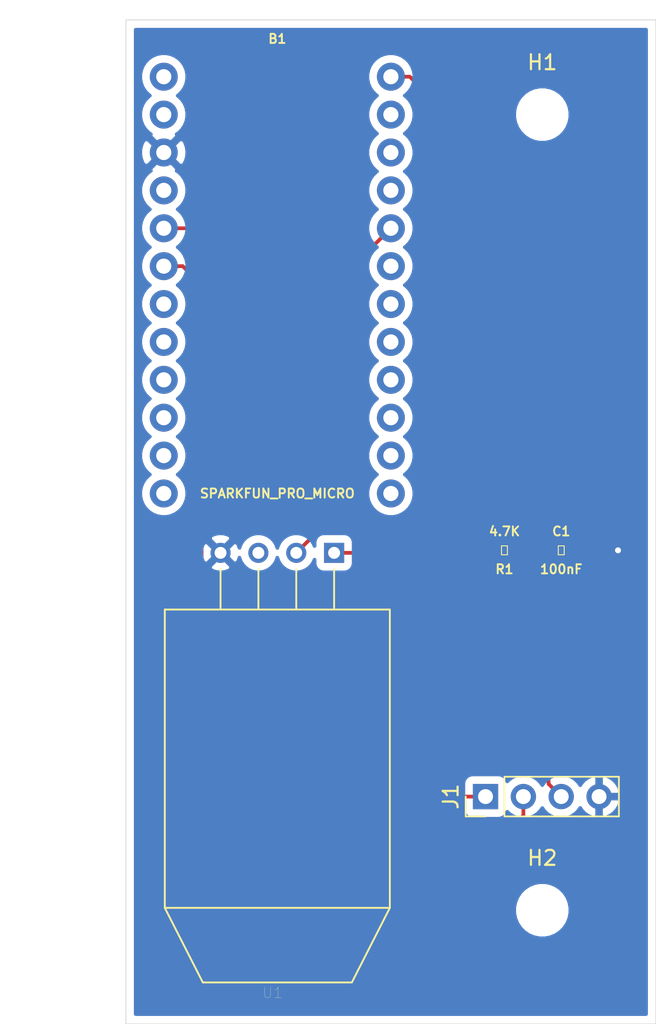
<source format=kicad_pcb>
(kicad_pcb (version 20171130) (host pcbnew "(5.1.6)-1")

  (general
    (thickness 1.6)
    (drawings 4)
    (tracks 40)
    (zones 0)
    (modules 7)
    (nets 26)
  )

  (page A4)
  (layers
    (0 F.Cu signal)
    (31 B.Cu signal hide)
    (32 B.Adhes user)
    (33 F.Adhes user)
    (34 B.Paste user)
    (35 F.Paste user)
    (36 B.SilkS user)
    (37 F.SilkS user)
    (38 B.Mask user)
    (39 F.Mask user)
    (40 Dwgs.User user)
    (41 Cmts.User user)
    (42 Eco1.User user)
    (43 Eco2.User user)
    (44 Edge.Cuts user)
    (45 Margin user)
    (46 B.CrtYd user)
    (47 F.CrtYd user)
    (48 B.Fab user)
    (49 F.Fab user)
  )

  (setup
    (last_trace_width 0.25)
    (trace_clearance 0.2)
    (zone_clearance 0.508)
    (zone_45_only no)
    (trace_min 0.2)
    (via_size 0.8)
    (via_drill 0.4)
    (via_min_size 0.4)
    (via_min_drill 0.3)
    (uvia_size 0.3)
    (uvia_drill 0.1)
    (uvias_allowed no)
    (uvia_min_size 0.2)
    (uvia_min_drill 0.1)
    (edge_width 0.05)
    (segment_width 0.2)
    (pcb_text_width 0.3)
    (pcb_text_size 1.5 1.5)
    (mod_edge_width 0.12)
    (mod_text_size 1 1)
    (mod_text_width 0.15)
    (pad_size 1.524 1.524)
    (pad_drill 0.762)
    (pad_to_mask_clearance 0.05)
    (aux_axis_origin 0 0)
    (visible_elements 7FFFFFFF)
    (pcbplotparams
      (layerselection 0x010f0_ffffffff)
      (usegerberextensions false)
      (usegerberattributes false)
      (usegerberadvancedattributes true)
      (creategerberjobfile true)
      (excludeedgelayer true)
      (linewidth 0.100000)
      (plotframeref false)
      (viasonmask false)
      (mode 1)
      (useauxorigin false)
      (hpglpennumber 1)
      (hpglpenspeed 20)
      (hpglpendiameter 15.000000)
      (psnegative false)
      (psa4output false)
      (plotreference true)
      (plotvalue true)
      (plotinvisibletext false)
      (padsonsilk false)
      (subtractmaskfromsilk false)
      (outputformat 1)
      (mirror false)
      (drillshape 0)
      (scaleselection 1)
      (outputdirectory "v1gbr2/"))
  )

  (net 0 "")
  (net 1 /VCC)
  (net 2 /GND)
  (net 3 "Net-(B1-Pad22)")
  (net 4 "Net-(B1-Pad21)")
  (net 5 /Data)
  (net 6 "Net-(B1-Pad19)")
  (net 7 "Net-(B1-Pad18)")
  (net 8 "Net-(B1-Pad17)")
  (net 9 "Net-(B1-Pad16)")
  (net 10 "Net-(B1-Pad15)")
  (net 11 "Net-(B1-Pad14)")
  (net 12 "Net-(B1-Pad13)")
  (net 13 "Net-(B1-Pad12)")
  (net 14 "Net-(B1-Pad11)")
  (net 15 "Net-(B1-Pad10)")
  (net 16 "Net-(B1-Pad9)")
  (net 17 "Net-(B1-Pad8)")
  (net 18 "Net-(B1-Pad7)")
  (net 19 "Net-(B1-Pad4)")
  (net 20 "Net-(B1-Pad2)")
  (net 21 "Net-(B1-Pad1)")
  (net 22 "Net-(B1-Pad23)")
  (net 23 "Net-(U1-PadP$3)")
  (net 24 /SCL)
  (net 25 /SDA)

  (net_class Default "This is the default net class."
    (clearance 0.2)
    (trace_width 0.25)
    (via_dia 0.8)
    (via_drill 0.4)
    (uvia_dia 0.3)
    (uvia_drill 0.1)
    (add_net /Data)
    (add_net /GND)
    (add_net /SCL)
    (add_net /SDA)
    (add_net /VCC)
    (add_net "Net-(B1-Pad1)")
    (add_net "Net-(B1-Pad10)")
    (add_net "Net-(B1-Pad11)")
    (add_net "Net-(B1-Pad12)")
    (add_net "Net-(B1-Pad13)")
    (add_net "Net-(B1-Pad14)")
    (add_net "Net-(B1-Pad15)")
    (add_net "Net-(B1-Pad16)")
    (add_net "Net-(B1-Pad17)")
    (add_net "Net-(B1-Pad18)")
    (add_net "Net-(B1-Pad19)")
    (add_net "Net-(B1-Pad2)")
    (add_net "Net-(B1-Pad21)")
    (add_net "Net-(B1-Pad22)")
    (add_net "Net-(B1-Pad23)")
    (add_net "Net-(B1-Pad4)")
    (add_net "Net-(B1-Pad7)")
    (add_net "Net-(B1-Pad8)")
    (add_net "Net-(B1-Pad9)")
    (add_net "Net-(U1-PadP$3)")
  )

  (module MountingHole:MountingHole_2.5mm (layer F.Cu) (tedit 56D1B4CB) (tstamp 5EDB7166)
    (at 78.74 93.98)
    (descr "Mounting Hole 2.5mm, no annular")
    (tags "mounting hole 2.5mm no annular")
    (path /5EDC4F9A)
    (attr virtual)
    (fp_text reference H2 (at 0 -3.5) (layer F.SilkS)
      (effects (font (size 1 1) (thickness 0.15)))
    )
    (fp_text value MountingHole (at 0 3.5) (layer F.Fab)
      (effects (font (size 1 1) (thickness 0.15)))
    )
    (fp_circle (center 0 0) (end 2.75 0) (layer F.CrtYd) (width 0.05))
    (fp_circle (center 0 0) (end 2.5 0) (layer Cmts.User) (width 0.15))
    (fp_text user %R (at 0.3 0) (layer F.Fab)
      (effects (font (size 1 1) (thickness 0.15)))
    )
    (pad 1 np_thru_hole circle (at 0 0) (size 2.5 2.5) (drill 2.5) (layers *.Cu *.Mask))
  )

  (module TEM-HUM-AM2302_4P-25.0X15:SNR4-2.54-25.0X15.0X7.0MM (layer F.Cu) (tedit 5EDAFDCC) (tstamp 5EDB5E6A)
    (at 60.96 83.82 180)
    (path /5EDBB05C)
    (fp_text reference U1 (at 0.31781 -15.699628) (layer F.SilkS)
      (effects (font (size 0.700674 0.700674) (thickness 0.015)))
    )
    (fp_text value "TEM-HUM-AM2302(4P-25.0X15.0MM)" (at 8.580478 0.190678) (layer Dwgs.User)
      (effects (font (size 0.700651 0.700651) (thickness 0.015)))
    )
    (fp_poly (pts (xy -7.62133 -15.24) (xy 7.62 -15.24) (xy 7.62 15.2427) (xy -7.62133 15.2427)) (layer F.CrtYd) (width 0.01))
    (fp_line (start 3.81 12.7) (end 3.81 10) (layer F.SilkS) (width 0.127))
    (fp_line (start 1.27 12.7) (end 1.27 10) (layer F.SilkS) (width 0.127))
    (fp_line (start -1.27 12.7) (end -1.27 10) (layer F.SilkS) (width 0.127))
    (fp_line (start -3.81 12.7) (end -3.81 10) (layer F.SilkS) (width 0.127))
    (fp_line (start 5 -15) (end 7.55 -10) (layer F.SilkS) (width 0.127))
    (fp_line (start -7.55 -10) (end -5 -15) (layer F.SilkS) (width 0.127))
    (fp_line (start -5 -15) (end 5 -15) (layer F.SilkS) (width 0.127))
    (fp_line (start -7.55 10) (end -7.55 -10) (layer F.SilkS) (width 0.127))
    (fp_line (start -3.81 10) (end -7.55 10) (layer F.SilkS) (width 0.127))
    (fp_line (start -1.27 10) (end -3.81 10) (layer F.SilkS) (width 0.127))
    (fp_line (start 1.27 10) (end -1.27 10) (layer F.SilkS) (width 0.127))
    (fp_line (start 3.81 10) (end 1.27 10) (layer F.SilkS) (width 0.127))
    (fp_line (start 7.55 10) (end 3.81 10) (layer F.SilkS) (width 0.127))
    (fp_line (start 7.55 -10) (end 7.55 10) (layer F.SilkS) (width 0.127))
    (fp_line (start -7.55 -10) (end 7.55 -10) (layer F.SilkS) (width 0.127))
    (pad P$4 thru_hole circle (at 3.81 13.8 180) (size 1.35 1.35) (drill 0.8) (layers *.Cu *.Mask)
      (net 2 /GND))
    (pad P$3 thru_hole circle (at 1.27 13.8 180) (size 1.35 1.35) (drill 0.8) (layers *.Cu *.Mask)
      (net 23 "Net-(U1-PadP$3)"))
    (pad P$2 thru_hole circle (at -1.27 13.8 180) (size 1.35 1.35) (drill 0.8) (layers *.Cu *.Mask)
      (net 5 /Data))
    (pad P$1 thru_hole rect (at -3.81 13.8 180) (size 1.35 1.35) (drill 0.8) (layers *.Cu *.Mask)
      (net 1 /VCC))
    (model "Z:/Schematics/USB Thermomitor/dht22-am2302-temperature-sensor-1.snapshot.1/DHT22.stp"
      (offset (xyz -3.5 -10 2.5))
      (scale (xyz 1 1 1))
      (rotate (xyz 90 0 0))
    )
    (model "Z:/GitProjects/USBTM_Hardware/Footprints and models/dht22-am2302-temperature-sensor-1.snapshot.1/DHT22.stp"
      (offset (xyz -3.5 -10.5 3))
      (scale (xyz 1 1 1))
      (rotate (xyz 90 0 0))
    )
  )

  (module Boards:SPARKFUN_PRO_MICRO (layer F.Cu) (tedit 200000) (tstamp 5ED33BC9)
    (at 60.96 50.8)
    (descr "SPARKFUN PRO MICO FOOTPRINT (WITH USB CONNECTOR)")
    (tags "SPARKFUN PRO MICO FOOTPRINT (WITH USB CONNECTOR)")
    (path /5ED2E1FD)
    (attr virtual)
    (fp_text reference B1 (at 0 -15.24) (layer F.SilkS)
      (effects (font (size 0.6096 0.6096) (thickness 0.127)))
    )
    (fp_text value SPARKFUN_PRO_MICRO (at 0 15.24) (layer F.SilkS)
      (effects (font (size 0.6096 0.6096) (thickness 0.127)))
    )
    (fp_line (start -8.89 -16.51) (end -8.89 16.51) (layer Dwgs.User) (width 0.127))
    (fp_line (start -8.89 16.51) (end 8.89 16.51) (layer Dwgs.User) (width 0.127))
    (fp_line (start 8.89 16.51) (end 8.89 -16.51) (layer Dwgs.User) (width 0.127))
    (fp_line (start 8.89 -16.51) (end -8.89 -16.51) (layer Dwgs.User) (width 0.127))
    (fp_line (start -3.81 -16.51) (end -3.81 -17.78) (layer Dwgs.User) (width 0.127))
    (fp_line (start -3.81 -17.78) (end 3.81 -17.78) (layer Dwgs.User) (width 0.127))
    (fp_line (start 3.81 -17.78) (end 3.81 -16.51) (layer Dwgs.User) (width 0.127))
    (fp_text user USB (at -0.0508 -16.9164) (layer Dwgs.User)
      (effects (font (size 0.8128 0.8128) (thickness 0.1524)))
    )
    (pad 24 thru_hole circle (at 7.62 -12.7) (size 1.8796 1.8796) (drill 1.016) (layers *.Cu *.Mask)
      (net 1 /VCC) (solder_mask_margin 0.1016))
    (pad 23 thru_hole circle (at 7.62 -10.16) (size 1.8796 1.8796) (drill 1.016) (layers *.Cu *.Mask)
      (net 22 "Net-(B1-Pad23)") (solder_mask_margin 0.1016))
    (pad 22 thru_hole circle (at 7.62 -7.62) (size 1.8796 1.8796) (drill 1.016) (layers *.Cu *.Mask)
      (net 3 "Net-(B1-Pad22)") (solder_mask_margin 0.1016))
    (pad 21 thru_hole circle (at 7.62 -5.08) (size 1.8796 1.8796) (drill 1.016) (layers *.Cu *.Mask)
      (net 4 "Net-(B1-Pad21)") (solder_mask_margin 0.1016))
    (pad 20 thru_hole circle (at 7.62 -2.54) (size 1.8796 1.8796) (drill 1.016) (layers *.Cu *.Mask)
      (net 5 /Data) (solder_mask_margin 0.1016))
    (pad 19 thru_hole circle (at 7.62 0) (size 1.8796 1.8796) (drill 1.016) (layers *.Cu *.Mask)
      (net 6 "Net-(B1-Pad19)") (solder_mask_margin 0.1016))
    (pad 18 thru_hole circle (at 7.62 2.54) (size 1.8796 1.8796) (drill 1.016) (layers *.Cu *.Mask)
      (net 7 "Net-(B1-Pad18)") (solder_mask_margin 0.1016))
    (pad 17 thru_hole circle (at 7.62 5.08) (size 1.8796 1.8796) (drill 1.016) (layers *.Cu *.Mask)
      (net 8 "Net-(B1-Pad17)") (solder_mask_margin 0.1016))
    (pad 16 thru_hole circle (at 7.62 7.62) (size 1.8796 1.8796) (drill 1.016) (layers *.Cu *.Mask)
      (net 9 "Net-(B1-Pad16)") (solder_mask_margin 0.1016))
    (pad 15 thru_hole circle (at 7.62 10.16) (size 1.8796 1.8796) (drill 1.016) (layers *.Cu *.Mask)
      (net 10 "Net-(B1-Pad15)") (solder_mask_margin 0.1016))
    (pad 14 thru_hole circle (at 7.62 12.7) (size 1.8796 1.8796) (drill 1.016) (layers *.Cu *.Mask)
      (net 11 "Net-(B1-Pad14)") (solder_mask_margin 0.1016))
    (pad 13 thru_hole circle (at 7.62 15.24) (size 1.8796 1.8796) (drill 1.016) (layers *.Cu *.Mask)
      (net 12 "Net-(B1-Pad13)") (solder_mask_margin 0.1016))
    (pad 12 thru_hole circle (at -7.62 15.24) (size 1.8796 1.8796) (drill 1.016) (layers *.Cu *.Mask)
      (net 13 "Net-(B1-Pad12)") (solder_mask_margin 0.1016))
    (pad 11 thru_hole circle (at -7.62 12.7) (size 1.8796 1.8796) (drill 1.016) (layers *.Cu *.Mask)
      (net 14 "Net-(B1-Pad11)") (solder_mask_margin 0.1016))
    (pad 10 thru_hole circle (at -7.62 10.16) (size 1.8796 1.8796) (drill 1.016) (layers *.Cu *.Mask)
      (net 15 "Net-(B1-Pad10)") (solder_mask_margin 0.1016))
    (pad 9 thru_hole circle (at -7.62 7.62) (size 1.8796 1.8796) (drill 1.016) (layers *.Cu *.Mask)
      (net 16 "Net-(B1-Pad9)") (solder_mask_margin 0.1016))
    (pad 8 thru_hole circle (at -7.62 5.08) (size 1.8796 1.8796) (drill 1.016) (layers *.Cu *.Mask)
      (net 17 "Net-(B1-Pad8)") (solder_mask_margin 0.1016))
    (pad 7 thru_hole circle (at -7.62 2.54) (size 1.8796 1.8796) (drill 1.016) (layers *.Cu *.Mask)
      (net 18 "Net-(B1-Pad7)") (solder_mask_margin 0.1016))
    (pad 6 thru_hole circle (at -7.62 0) (size 1.8796 1.8796) (drill 1.016) (layers *.Cu *.Mask)
      (net 24 /SCL) (solder_mask_margin 0.1016))
    (pad 5 thru_hole circle (at -7.62 -2.54) (size 1.8796 1.8796) (drill 1.016) (layers *.Cu *.Mask)
      (net 25 /SDA) (solder_mask_margin 0.1016))
    (pad 4 thru_hole circle (at -7.62 -5.08) (size 1.8796 1.8796) (drill 1.016) (layers *.Cu *.Mask)
      (net 19 "Net-(B1-Pad4)") (solder_mask_margin 0.1016))
    (pad 3 thru_hole circle (at -7.62 -7.62) (size 1.8796 1.8796) (drill 1.016) (layers *.Cu *.Mask)
      (net 2 /GND) (solder_mask_margin 0.1016))
    (pad 2 thru_hole circle (at -7.62 -10.16) (size 1.8796 1.8796) (drill 1.016) (layers *.Cu *.Mask)
      (net 20 "Net-(B1-Pad2)") (solder_mask_margin 0.1016))
    (pad 1 thru_hole circle (at -7.62 -12.7) (size 1.8796 1.8796) (drill 1.016) (layers *.Cu *.Mask)
      (net 21 "Net-(B1-Pad1)") (solder_mask_margin 0.1016))
    (model "Z:/Schematics/USB Thermomitor/arduino-pro-micro-1.snapshot.1/ARDUINO PRO MICRO.STEP"
      (offset (xyz -7.75 12.75 4))
      (scale (xyz 1 1 1))
      (rotate (xyz -90 0 90))
    )
    (model "Z:/GitProjects/USBTM_Hardware/Footprints and models/arduino-pro-micro-1.snapshot.1/ARDUINO PRO MICRO.STEP"
      (offset (xyz -7.5 12.5 2.5))
      (scale (xyz 1 1 1))
      (rotate (xyz -90 0 90))
    )
  )

  (module Resistors:0603 (layer F.Cu) (tedit 200000) (tstamp 5EDB0330)
    (at 76.2 69.85 180)
    (descr "GENERIC 1608 (0603) PACKAGE")
    (tags "GENERIC 1608 (0603) PACKAGE")
    (path /5EDB08D6)
    (attr smd)
    (fp_text reference R1 (at 0 -1.27) (layer F.SilkS)
      (effects (font (size 0.6096 0.6096) (thickness 0.127)))
    )
    (fp_text value 4.7K (at 0 1.27) (layer F.SilkS)
      (effects (font (size 0.6096 0.6096) (thickness 0.127)))
    )
    (fp_line (start -0.3556 0.41656) (end 0.3556 0.41656) (layer Dwgs.User) (width 0.1016))
    (fp_line (start -0.3556 -0.4318) (end 0.3556 -0.4318) (layer Dwgs.User) (width 0.1016))
    (fp_line (start -1.59766 0.6985) (end -1.59766 -0.6985) (layer F.CrtYd) (width 0.0508))
    (fp_line (start 1.59766 0.6985) (end -1.59766 0.6985) (layer F.CrtYd) (width 0.0508))
    (fp_line (start 1.59766 -0.6985) (end 1.59766 0.6985) (layer F.CrtYd) (width 0.0508))
    (fp_line (start -1.59766 -0.6985) (end 1.59766 -0.6985) (layer F.CrtYd) (width 0.0508))
    (fp_line (start -0.19812 0.29972) (end -0.19812 -0.29972) (layer F.SilkS) (width 0.06604))
    (fp_line (start -0.19812 -0.29972) (end 0.19812 -0.29972) (layer F.SilkS) (width 0.06604))
    (fp_line (start 0.19812 0.29972) (end 0.19812 -0.29972) (layer F.SilkS) (width 0.06604))
    (fp_line (start -0.19812 0.29972) (end 0.19812 0.29972) (layer F.SilkS) (width 0.06604))
    (fp_line (start 0.3302 0.4699) (end 0.3302 -0.48006) (layer Dwgs.User) (width 0.06604))
    (fp_line (start 0.3302 -0.48006) (end 0.82804 -0.48006) (layer Dwgs.User) (width 0.06604))
    (fp_line (start 0.82804 0.4699) (end 0.82804 -0.48006) (layer Dwgs.User) (width 0.06604))
    (fp_line (start 0.3302 0.4699) (end 0.82804 0.4699) (layer Dwgs.User) (width 0.06604))
    (fp_line (start -0.8382 0.4699) (end -0.8382 -0.48006) (layer Dwgs.User) (width 0.06604))
    (fp_line (start -0.8382 -0.48006) (end -0.33782 -0.48006) (layer Dwgs.User) (width 0.06604))
    (fp_line (start -0.33782 0.4699) (end -0.33782 -0.48006) (layer Dwgs.User) (width 0.06604))
    (fp_line (start -0.8382 0.4699) (end -0.33782 0.4699) (layer Dwgs.User) (width 0.06604))
    (pad 2 smd rect (at 0.84836 0 180) (size 1.09982 0.99822) (layers F.Cu F.Paste F.Mask)
      (net 5 /Data) (solder_mask_margin 0.1016))
    (pad 1 smd rect (at -0.84836 0 180) (size 1.09982 0.99822) (layers F.Cu F.Paste F.Mask)
      (net 1 /VCC) (solder_mask_margin 0.1016))
    (model ${KISYS3DMOD}/Resistor_SMD.3dshapes/R_0603_1608Metric.step
      (at (xyz 0 0 0))
      (scale (xyz 1 1 1))
      (rotate (xyz 0 0 0))
    )
  )

  (module Connector_PinHeader_2.54mm:PinHeader_1x04_P2.54mm_Vertical (layer F.Cu) (tedit 59FED5CC) (tstamp 5EDB0318)
    (at 74.93 86.36 90)
    (descr "Through hole straight pin header, 1x04, 2.54mm pitch, single row")
    (tags "Through hole pin header THT 1x04 2.54mm single row")
    (path /5EDB64CA)
    (fp_text reference J1 (at 0 -2.33 90) (layer F.SilkS)
      (effects (font (size 1 1) (thickness 0.15)))
    )
    (fp_text value Conn_01x04_Male (at 0 9.95 90) (layer F.Fab)
      (effects (font (size 1 1) (thickness 0.15)))
    )
    (fp_line (start 1.8 -1.8) (end -1.8 -1.8) (layer F.CrtYd) (width 0.05))
    (fp_line (start 1.8 9.4) (end 1.8 -1.8) (layer F.CrtYd) (width 0.05))
    (fp_line (start -1.8 9.4) (end 1.8 9.4) (layer F.CrtYd) (width 0.05))
    (fp_line (start -1.8 -1.8) (end -1.8 9.4) (layer F.CrtYd) (width 0.05))
    (fp_line (start -1.33 -1.33) (end 0 -1.33) (layer F.SilkS) (width 0.12))
    (fp_line (start -1.33 0) (end -1.33 -1.33) (layer F.SilkS) (width 0.12))
    (fp_line (start -1.33 1.27) (end 1.33 1.27) (layer F.SilkS) (width 0.12))
    (fp_line (start 1.33 1.27) (end 1.33 8.95) (layer F.SilkS) (width 0.12))
    (fp_line (start -1.33 1.27) (end -1.33 8.95) (layer F.SilkS) (width 0.12))
    (fp_line (start -1.33 8.95) (end 1.33 8.95) (layer F.SilkS) (width 0.12))
    (fp_line (start -1.27 -0.635) (end -0.635 -1.27) (layer F.Fab) (width 0.1))
    (fp_line (start -1.27 8.89) (end -1.27 -0.635) (layer F.Fab) (width 0.1))
    (fp_line (start 1.27 8.89) (end -1.27 8.89) (layer F.Fab) (width 0.1))
    (fp_line (start 1.27 -1.27) (end 1.27 8.89) (layer F.Fab) (width 0.1))
    (fp_line (start -0.635 -1.27) (end 1.27 -1.27) (layer F.Fab) (width 0.1))
    (fp_text user %R (at 0 3.81) (layer F.Fab)
      (effects (font (size 1 1) (thickness 0.15)))
    )
    (pad 4 thru_hole oval (at 0 7.62 90) (size 1.7 1.7) (drill 1) (layers *.Cu *.Mask)
      (net 2 /GND))
    (pad 3 thru_hole oval (at 0 5.08 90) (size 1.7 1.7) (drill 1) (layers *.Cu *.Mask)
      (net 1 /VCC))
    (pad 2 thru_hole oval (at 0 2.54 90) (size 1.7 1.7) (drill 1) (layers *.Cu *.Mask)
      (net 24 /SCL))
    (pad 1 thru_hole rect (at 0 0 90) (size 1.7 1.7) (drill 1) (layers *.Cu *.Mask)
      (net 25 /SDA))
    (model ${KISYS3DMOD}/Connector_PinHeader_2.54mm.3dshapes/PinHeader_1x04_P2.54mm_Vertical.wrl
      (at (xyz 0 0 0))
      (scale (xyz 1 1 1))
      (rotate (xyz 0 0 0))
    )
    (model "Z:/GitProjects/USBTM_Hardware/Footprints and models/0-91in-oled-1.snapshot.3/0.91in OLED Module - Without Glass.stp"
      (offset (xyz 17.65 -4 2.5))
      (scale (xyz 1 1 1))
      (rotate (xyz 0 0 0))
    )
  )

  (module Capacitors:0603 (layer F.Cu) (tedit 596180EF) (tstamp 5EDB02F2)
    (at 80.01 69.85)
    (descr "GENERIC 1608 (0603) PACKAGE")
    (tags "GENERIC 1608 (0603) PACKAGE")
    (path /5EDB1569)
    (attr smd)
    (fp_text reference C1 (at 0 -1.27) (layer F.SilkS)
      (effects (font (size 0.6096 0.6096) (thickness 0.127)))
    )
    (fp_text value 100nF (at 0 1.27) (layer F.SilkS)
      (effects (font (size 0.6096 0.6096) (thickness 0.127)))
    )
    (fp_line (start -0.3556 0.41656) (end 0.3556 0.41656) (layer Dwgs.User) (width 0.1016))
    (fp_line (start -0.3556 -0.4318) (end 0.3556 -0.4318) (layer Dwgs.User) (width 0.1016))
    (fp_line (start -1.59766 0.6985) (end -1.59766 -0.6985) (layer F.CrtYd) (width 0.0508))
    (fp_line (start 1.59766 0.6985) (end -1.59766 0.6985) (layer F.CrtYd) (width 0.0508))
    (fp_line (start 1.59766 -0.6985) (end 1.59766 0.6985) (layer F.CrtYd) (width 0.0508))
    (fp_line (start -1.59766 -0.6985) (end 1.59766 -0.6985) (layer F.CrtYd) (width 0.0508))
    (fp_line (start -0.19812 0.29972) (end -0.19812 -0.29972) (layer F.SilkS) (width 0.06604))
    (fp_line (start -0.19812 -0.29972) (end 0.19812 -0.29972) (layer F.SilkS) (width 0.06604))
    (fp_line (start 0.19812 0.29972) (end 0.19812 -0.29972) (layer F.SilkS) (width 0.06604))
    (fp_line (start -0.19812 0.29972) (end 0.19812 0.29972) (layer F.SilkS) (width 0.06604))
    (fp_line (start 0.3302 0.4699) (end 0.3302 -0.48006) (layer Dwgs.User) (width 0.06604))
    (fp_line (start 0.3302 -0.48006) (end 0.82804 -0.48006) (layer Dwgs.User) (width 0.06604))
    (fp_line (start 0.82804 0.4699) (end 0.82804 -0.48006) (layer Dwgs.User) (width 0.06604))
    (fp_line (start 0.3302 0.4699) (end 0.82804 0.4699) (layer Dwgs.User) (width 0.06604))
    (fp_line (start -0.8382 0.4699) (end -0.8382 -0.48006) (layer Dwgs.User) (width 0.06604))
    (fp_line (start -0.8382 -0.48006) (end -0.33782 -0.48006) (layer Dwgs.User) (width 0.06604))
    (fp_line (start -0.33782 0.4699) (end -0.33782 -0.48006) (layer Dwgs.User) (width 0.06604))
    (fp_line (start -0.8382 0.4699) (end -0.33782 0.4699) (layer Dwgs.User) (width 0.06604))
    (pad 2 smd rect (at 0.84836 0) (size 1.09982 0.99822) (layers F.Cu F.Paste F.Mask)
      (net 2 /GND) (solder_mask_margin 0.1016))
    (pad 1 smd rect (at -0.84836 0) (size 1.09982 0.99822) (layers F.Cu F.Paste F.Mask)
      (net 1 /VCC) (solder_mask_margin 0.1016))
    (model ${KISYS3DMOD}/Capacitor_SMD.3dshapes/C_0603_1608Metric.step
      (at (xyz 0 0 0))
      (scale (xyz 1 1 1))
      (rotate (xyz 0 0 0))
    )
  )

  (module MountingHole:MountingHole_2.5mm (layer F.Cu) (tedit 56D1B4CB) (tstamp 5ED33F9A)
    (at 78.74 40.64)
    (descr "Mounting Hole 2.5mm, no annular")
    (tags "mounting hole 2.5mm no annular")
    (path /5ED346A6)
    (attr virtual)
    (fp_text reference H1 (at 0 -3.5) (layer F.SilkS)
      (effects (font (size 1 1) (thickness 0.15)))
    )
    (fp_text value MountingHole (at 0 3.5) (layer F.Fab)
      (effects (font (size 1 1) (thickness 0.15)))
    )
    (fp_circle (center 0 0) (end 2.5 0) (layer Cmts.User) (width 0.15))
    (fp_circle (center 0 0) (end 2.75 0) (layer F.CrtYd) (width 0.05))
    (fp_text user %R (at 0.3 0) (layer F.Fab)
      (effects (font (size 1 1) (thickness 0.15)))
    )
    (pad 1 np_thru_hole circle (at 0 0) (size 2.5 2.5) (drill 2.5) (layers *.Cu *.Mask))
  )

  (gr_line (start 86.36 34.29) (end 50.8 34.29) (layer Edge.Cuts) (width 0.05) (tstamp 5ED34075))
  (gr_line (start 86.36 101.6) (end 86.36 34.29) (layer Edge.Cuts) (width 0.05))
  (gr_line (start 50.8 101.6) (end 86.36 101.6) (layer Edge.Cuts) (width 0.05))
  (gr_line (start 50.8 34.29) (end 50.8 101.6) (layer Edge.Cuts) (width 0.05))

  (segment (start 68.58 38.1) (end 69.85 38.1) (width 0.25) (layer F.Cu) (net 1))
  (segment (start 69.85 38.1) (end 71.12 39.37) (width 0.25) (layer F.Cu) (net 1))
  (segment (start 79.16164 69.85) (end 77.04836 69.85) (width 0.25) (layer F.Cu) (net 1))
  (segment (start 79.16164 85.51164) (end 80.01 86.36) (width 0.25) (layer F.Cu) (net 1))
  (segment (start 79.16164 69.85) (end 79.16164 85.51164) (width 0.25) (layer F.Cu) (net 1))
  (segment (start 71.12 39.37) (end 71.12 45.72) (width 0.25) (layer F.Cu) (net 1))
  (segment (start 77.04836 51.64836) (end 77.04836 69.85) (width 0.25) (layer F.Cu) (net 1))
  (segment (start 71.12 45.72) (end 77.04836 51.64836) (width 0.25) (layer F.Cu) (net 1))
  (segment (start 77.04836 70.27164) (end 77.04836 69.85) (width 0.25) (layer F.Cu) (net 1))
  (segment (start 76.2 71.12) (end 77.04836 70.27164) (width 0.25) (layer F.Cu) (net 1))
  (segment (start 64.77 70.02) (end 67.48 70.02) (width 0.25) (layer F.Cu) (net 1))
  (segment (start 68.58 71.12) (end 76.2 71.12) (width 0.25) (layer F.Cu) (net 1))
  (segment (start 67.48 70.02) (end 68.58 71.12) (width 0.25) (layer F.Cu) (net 1))
  (via (at 83.82 69.85) (size 0.8) (drill 0.4) (layers F.Cu B.Cu) (net 2))
  (segment (start 80.85836 69.85) (end 83.82 69.85) (width 0.25) (layer F.Cu) (net 2))
  (segment (start 64.77 52.07) (end 68.58 48.26) (width 0.25) (layer F.Cu) (net 5))
  (segment (start 68.58 68.58) (end 63.67 68.58) (width 0.25) (layer F.Cu) (net 5))
  (segment (start 75.35164 69.85) (end 69.85 69.85) (width 0.25) (layer F.Cu) (net 5))
  (segment (start 69.85 69.85) (end 68.58 68.58) (width 0.25) (layer F.Cu) (net 5))
  (segment (start 64.77 52.07) (end 64.77 67.48) (width 0.25) (layer F.Cu) (net 5))
  (segment (start 64.77 67.48) (end 63.585 68.665) (width 0.25) (layer F.Cu) (net 5))
  (segment (start 63.67 68.58) (end 63.585 68.665) (width 0.25) (layer F.Cu) (net 5))
  (segment (start 63.585 68.665) (end 62.23 70.02) (width 0.25) (layer F.Cu) (net 5))
  (segment (start 77.47 87.63) (end 77.47 86.36) (width 0.25) (layer F.Cu) (net 24))
  (segment (start 76.2 88.9) (end 77.47 87.63) (width 0.25) (layer F.Cu) (net 24))
  (segment (start 69.85 88.9) (end 76.2 88.9) (width 0.25) (layer F.Cu) (net 24))
  (segment (start 53.34 72.39) (end 69.85 88.9) (width 0.25) (layer F.Cu) (net 24))
  (segment (start 54.61 50.8) (end 55.88 52.07) (width 0.25) (layer F.Cu) (net 24))
  (segment (start 55.88 66.04) (end 53.34 68.58) (width 0.25) (layer F.Cu) (net 24))
  (segment (start 53.34 50.8) (end 54.61 50.8) (width 0.25) (layer F.Cu) (net 24))
  (segment (start 55.88 52.07) (end 55.88 66.04) (width 0.25) (layer F.Cu) (net 24))
  (segment (start 53.34 68.58) (end 53.34 72.39) (width 0.25) (layer F.Cu) (net 24))
  (segment (start 58.42 49.53) (end 57.15 48.26) (width 0.25) (layer F.Cu) (net 25))
  (segment (start 57.15 48.26) (end 53.34 48.26) (width 0.25) (layer F.Cu) (net 25))
  (segment (start 74.93 86.36) (end 69.85 86.36) (width 0.25) (layer F.Cu) (net 25))
  (segment (start 69.85 86.36) (end 55.88 72.39) (width 0.25) (layer F.Cu) (net 25))
  (segment (start 55.88 72.39) (end 55.88 68.58) (width 0.25) (layer F.Cu) (net 25))
  (segment (start 55.88 68.58) (end 57.15 67.31) (width 0.25) (layer F.Cu) (net 25))
  (segment (start 57.15 67.31) (end 58.42 66.04) (width 0.25) (layer F.Cu) (net 25))
  (segment (start 58.42 66.04) (end 58.42 49.53) (width 0.25) (layer F.Cu) (net 25))

  (zone (net 2) (net_name /GND) (layer B.Cu) (tstamp 5EDB7586) (hatch edge 0.508)
    (connect_pads (clearance 0.508))
    (min_thickness 0.254)
    (fill yes (arc_segments 32) (thermal_gap 0.508) (thermal_bridge_width 0.508))
    (polygon
      (pts
        (xy 86.36 101.6) (xy 50.8 101.6) (xy 50.8 34.29) (xy 86.36 34.29)
      )
    )
    (filled_polygon
      (pts
        (xy 85.7 100.94) (xy 51.46 100.94) (xy 51.46 93.794344) (xy 76.855 93.794344) (xy 76.855 94.165656)
        (xy 76.927439 94.529834) (xy 77.069534 94.872882) (xy 77.275825 95.181618) (xy 77.538382 95.444175) (xy 77.847118 95.650466)
        (xy 78.190166 95.792561) (xy 78.554344 95.865) (xy 78.925656 95.865) (xy 79.289834 95.792561) (xy 79.632882 95.650466)
        (xy 79.941618 95.444175) (xy 80.204175 95.181618) (xy 80.410466 94.872882) (xy 80.552561 94.529834) (xy 80.625 94.165656)
        (xy 80.625 93.794344) (xy 80.552561 93.430166) (xy 80.410466 93.087118) (xy 80.204175 92.778382) (xy 79.941618 92.515825)
        (xy 79.632882 92.309534) (xy 79.289834 92.167439) (xy 78.925656 92.095) (xy 78.554344 92.095) (xy 78.190166 92.167439)
        (xy 77.847118 92.309534) (xy 77.538382 92.515825) (xy 77.275825 92.778382) (xy 77.069534 93.087118) (xy 76.927439 93.430166)
        (xy 76.855 93.794344) (xy 51.46 93.794344) (xy 51.46 85.51) (xy 73.441928 85.51) (xy 73.441928 87.21)
        (xy 73.454188 87.334482) (xy 73.490498 87.45418) (xy 73.549463 87.564494) (xy 73.628815 87.661185) (xy 73.725506 87.740537)
        (xy 73.83582 87.799502) (xy 73.955518 87.835812) (xy 74.08 87.848072) (xy 75.78 87.848072) (xy 75.904482 87.835812)
        (xy 76.02418 87.799502) (xy 76.134494 87.740537) (xy 76.231185 87.661185) (xy 76.310537 87.564494) (xy 76.369502 87.45418)
        (xy 76.391513 87.38162) (xy 76.523368 87.513475) (xy 76.766589 87.67599) (xy 77.036842 87.787932) (xy 77.32374 87.845)
        (xy 77.61626 87.845) (xy 77.903158 87.787932) (xy 78.173411 87.67599) (xy 78.416632 87.513475) (xy 78.623475 87.306632)
        (xy 78.74 87.13224) (xy 78.856525 87.306632) (xy 79.063368 87.513475) (xy 79.306589 87.67599) (xy 79.576842 87.787932)
        (xy 79.86374 87.845) (xy 80.15626 87.845) (xy 80.443158 87.787932) (xy 80.713411 87.67599) (xy 80.956632 87.513475)
        (xy 81.163475 87.306632) (xy 81.285195 87.124466) (xy 81.354822 87.241355) (xy 81.549731 87.457588) (xy 81.78308 87.631641)
        (xy 82.045901 87.756825) (xy 82.19311 87.801476) (xy 82.423 87.680155) (xy 82.423 86.487) (xy 82.677 86.487)
        (xy 82.677 87.680155) (xy 82.90689 87.801476) (xy 83.054099 87.756825) (xy 83.31692 87.631641) (xy 83.550269 87.457588)
        (xy 83.745178 87.241355) (xy 83.894157 86.991252) (xy 83.991481 86.716891) (xy 83.870814 86.487) (xy 82.677 86.487)
        (xy 82.423 86.487) (xy 82.403 86.487) (xy 82.403 86.233) (xy 82.423 86.233) (xy 82.423 85.039845)
        (xy 82.677 85.039845) (xy 82.677 86.233) (xy 83.870814 86.233) (xy 83.991481 86.003109) (xy 83.894157 85.728748)
        (xy 83.745178 85.478645) (xy 83.550269 85.262412) (xy 83.31692 85.088359) (xy 83.054099 84.963175) (xy 82.90689 84.918524)
        (xy 82.677 85.039845) (xy 82.423 85.039845) (xy 82.19311 84.918524) (xy 82.045901 84.963175) (xy 81.78308 85.088359)
        (xy 81.549731 85.262412) (xy 81.354822 85.478645) (xy 81.285195 85.595534) (xy 81.163475 85.413368) (xy 80.956632 85.206525)
        (xy 80.713411 85.04401) (xy 80.443158 84.932068) (xy 80.15626 84.875) (xy 79.86374 84.875) (xy 79.576842 84.932068)
        (xy 79.306589 85.04401) (xy 79.063368 85.206525) (xy 78.856525 85.413368) (xy 78.74 85.58776) (xy 78.623475 85.413368)
        (xy 78.416632 85.206525) (xy 78.173411 85.04401) (xy 77.903158 84.932068) (xy 77.61626 84.875) (xy 77.32374 84.875)
        (xy 77.036842 84.932068) (xy 76.766589 85.04401) (xy 76.523368 85.206525) (xy 76.391513 85.33838) (xy 76.369502 85.26582)
        (xy 76.310537 85.155506) (xy 76.231185 85.058815) (xy 76.134494 84.979463) (xy 76.02418 84.920498) (xy 75.904482 84.884188)
        (xy 75.78 84.871928) (xy 74.08 84.871928) (xy 73.955518 84.884188) (xy 73.83582 84.920498) (xy 73.725506 84.979463)
        (xy 73.628815 85.058815) (xy 73.549463 85.155506) (xy 73.490498 85.26582) (xy 73.454188 85.385518) (xy 73.441928 85.51)
        (xy 51.46 85.51) (xy 51.46 70.9234) (xy 56.426205 70.9234) (xy 56.48263 71.154621) (xy 56.716808 71.263017)
        (xy 56.967633 71.323645) (xy 57.225465 71.334174) (xy 57.480398 71.2942) (xy 57.722633 71.205259) (xy 57.81737 71.154621)
        (xy 57.873795 70.9234) (xy 57.15 70.199605) (xy 56.426205 70.9234) (xy 51.46 70.9234) (xy 51.46 70.095465)
        (xy 55.835826 70.095465) (xy 55.8758 70.350398) (xy 55.964741 70.592633) (xy 56.015379 70.68737) (xy 56.2466 70.743795)
        (xy 56.970395 70.02) (xy 57.329605 70.02) (xy 58.0534 70.743795) (xy 58.284621 70.68737) (xy 58.393017 70.453192)
        (xy 58.419066 70.345424) (xy 58.430342 70.402113) (xy 58.529093 70.640518) (xy 58.672456 70.855077) (xy 58.854923 71.037544)
        (xy 59.069482 71.180907) (xy 59.307887 71.279658) (xy 59.560976 71.33) (xy 59.819024 71.33) (xy 60.072113 71.279658)
        (xy 60.310518 71.180907) (xy 60.525077 71.037544) (xy 60.707544 70.855077) (xy 60.850907 70.640518) (xy 60.949658 70.402113)
        (xy 60.96 70.35012) (xy 60.970342 70.402113) (xy 61.069093 70.640518) (xy 61.212456 70.855077) (xy 61.394923 71.037544)
        (xy 61.609482 71.180907) (xy 61.847887 71.279658) (xy 62.100976 71.33) (xy 62.359024 71.33) (xy 62.612113 71.279658)
        (xy 62.850518 71.180907) (xy 63.065077 71.037544) (xy 63.247544 70.855077) (xy 63.390907 70.640518) (xy 63.456928 70.48113)
        (xy 63.456928 70.695) (xy 63.469188 70.819482) (xy 63.505498 70.93918) (xy 63.564463 71.049494) (xy 63.643815 71.146185)
        (xy 63.740506 71.225537) (xy 63.85082 71.284502) (xy 63.970518 71.320812) (xy 64.095 71.333072) (xy 65.445 71.333072)
        (xy 65.569482 71.320812) (xy 65.68918 71.284502) (xy 65.799494 71.225537) (xy 65.896185 71.146185) (xy 65.975537 71.049494)
        (xy 66.034502 70.93918) (xy 66.070812 70.819482) (xy 66.083072 70.695) (xy 66.083072 69.345) (xy 66.070812 69.220518)
        (xy 66.034502 69.10082) (xy 65.975537 68.990506) (xy 65.896185 68.893815) (xy 65.799494 68.814463) (xy 65.68918 68.755498)
        (xy 65.569482 68.719188) (xy 65.445 68.706928) (xy 64.095 68.706928) (xy 63.970518 68.719188) (xy 63.85082 68.755498)
        (xy 63.740506 68.814463) (xy 63.643815 68.893815) (xy 63.564463 68.990506) (xy 63.505498 69.10082) (xy 63.469188 69.220518)
        (xy 63.456928 69.345) (xy 63.456928 69.55887) (xy 63.390907 69.399482) (xy 63.247544 69.184923) (xy 63.065077 69.002456)
        (xy 62.850518 68.859093) (xy 62.612113 68.760342) (xy 62.359024 68.71) (xy 62.100976 68.71) (xy 61.847887 68.760342)
        (xy 61.609482 68.859093) (xy 61.394923 69.002456) (xy 61.212456 69.184923) (xy 61.069093 69.399482) (xy 60.970342 69.637887)
        (xy 60.96 69.68988) (xy 60.949658 69.637887) (xy 60.850907 69.399482) (xy 60.707544 69.184923) (xy 60.525077 69.002456)
        (xy 60.310518 68.859093) (xy 60.072113 68.760342) (xy 59.819024 68.71) (xy 59.560976 68.71) (xy 59.307887 68.760342)
        (xy 59.069482 68.859093) (xy 58.854923 69.002456) (xy 58.672456 69.184923) (xy 58.529093 69.399482) (xy 58.430342 69.637887)
        (xy 58.421512 69.68228) (xy 58.335259 69.447367) (xy 58.284621 69.35263) (xy 58.0534 69.296205) (xy 57.329605 70.02)
        (xy 56.970395 70.02) (xy 56.2466 69.296205) (xy 56.015379 69.35263) (xy 55.906983 69.586808) (xy 55.846355 69.837633)
        (xy 55.835826 70.095465) (xy 51.46 70.095465) (xy 51.46 69.1166) (xy 56.426205 69.1166) (xy 57.15 69.840395)
        (xy 57.873795 69.1166) (xy 57.81737 68.885379) (xy 57.583192 68.776983) (xy 57.332367 68.716355) (xy 57.074535 68.705826)
        (xy 56.819602 68.7458) (xy 56.577367 68.834741) (xy 56.48263 68.885379) (xy 56.426205 69.1166) (xy 51.46 69.1166)
        (xy 51.46 45.564896) (xy 51.7652 45.564896) (xy 51.7652 45.875104) (xy 51.825718 46.179352) (xy 51.94443 46.465948)
        (xy 52.116773 46.723877) (xy 52.336123 46.943227) (xy 52.406124 46.99) (xy 52.336123 47.036773) (xy 52.116773 47.256123)
        (xy 51.94443 47.514052) (xy 51.825718 47.800648) (xy 51.7652 48.104896) (xy 51.7652 48.415104) (xy 51.825718 48.719352)
        (xy 51.94443 49.005948) (xy 52.116773 49.263877) (xy 52.336123 49.483227) (xy 52.406124 49.53) (xy 52.336123 49.576773)
        (xy 52.116773 49.796123) (xy 51.94443 50.054052) (xy 51.825718 50.340648) (xy 51.7652 50.644896) (xy 51.7652 50.955104)
        (xy 51.825718 51.259352) (xy 51.94443 51.545948) (xy 52.116773 51.803877) (xy 52.336123 52.023227) (xy 52.406124 52.07)
        (xy 52.336123 52.116773) (xy 52.116773 52.336123) (xy 51.94443 52.594052) (xy 51.825718 52.880648) (xy 51.7652 53.184896)
        (xy 51.7652 53.495104) (xy 51.825718 53.799352) (xy 51.94443 54.085948) (xy 52.116773 54.343877) (xy 52.336123 54.563227)
        (xy 52.406124 54.61) (xy 52.336123 54.656773) (xy 52.116773 54.876123) (xy 51.94443 55.134052) (xy 51.825718 55.420648)
        (xy 51.7652 55.724896) (xy 51.7652 56.035104) (xy 51.825718 56.339352) (xy 51.94443 56.625948) (xy 52.116773 56.883877)
        (xy 52.336123 57.103227) (xy 52.406124 57.15) (xy 52.336123 57.196773) (xy 52.116773 57.416123) (xy 51.94443 57.674052)
        (xy 51.825718 57.960648) (xy 51.7652 58.264896) (xy 51.7652 58.575104) (xy 51.825718 58.879352) (xy 51.94443 59.165948)
        (xy 52.116773 59.423877) (xy 52.336123 59.643227) (xy 52.406124 59.69) (xy 52.336123 59.736773) (xy 52.116773 59.956123)
        (xy 51.94443 60.214052) (xy 51.825718 60.500648) (xy 51.7652 60.804896) (xy 51.7652 61.115104) (xy 51.825718 61.419352)
        (xy 51.94443 61.705948) (xy 52.116773 61.963877) (xy 52.336123 62.183227) (xy 52.406124 62.23) (xy 52.336123 62.276773)
        (xy 52.116773 62.496123) (xy 51.94443 62.754052) (xy 51.825718 63.040648) (xy 51.7652 63.344896) (xy 51.7652 63.655104)
        (xy 51.825718 63.959352) (xy 51.94443 64.245948) (xy 52.116773 64.503877) (xy 52.336123 64.723227) (xy 52.406124 64.77)
        (xy 52.336123 64.816773) (xy 52.116773 65.036123) (xy 51.94443 65.294052) (xy 51.825718 65.580648) (xy 51.7652 65.884896)
        (xy 51.7652 66.195104) (xy 51.825718 66.499352) (xy 51.94443 66.785948) (xy 52.116773 67.043877) (xy 52.336123 67.263227)
        (xy 52.594052 67.43557) (xy 52.880648 67.554282) (xy 53.184896 67.6148) (xy 53.495104 67.6148) (xy 53.799352 67.554282)
        (xy 54.085948 67.43557) (xy 54.343877 67.263227) (xy 54.563227 67.043877) (xy 54.73557 66.785948) (xy 54.854282 66.499352)
        (xy 54.9148 66.195104) (xy 54.9148 65.884896) (xy 54.854282 65.580648) (xy 54.73557 65.294052) (xy 54.563227 65.036123)
        (xy 54.343877 64.816773) (xy 54.273876 64.77) (xy 54.343877 64.723227) (xy 54.563227 64.503877) (xy 54.73557 64.245948)
        (xy 54.854282 63.959352) (xy 54.9148 63.655104) (xy 54.9148 63.344896) (xy 54.854282 63.040648) (xy 54.73557 62.754052)
        (xy 54.563227 62.496123) (xy 54.343877 62.276773) (xy 54.273876 62.23) (xy 54.343877 62.183227) (xy 54.563227 61.963877)
        (xy 54.73557 61.705948) (xy 54.854282 61.419352) (xy 54.9148 61.115104) (xy 54.9148 60.804896) (xy 54.854282 60.500648)
        (xy 54.73557 60.214052) (xy 54.563227 59.956123) (xy 54.343877 59.736773) (xy 54.273876 59.69) (xy 54.343877 59.643227)
        (xy 54.563227 59.423877) (xy 54.73557 59.165948) (xy 54.854282 58.879352) (xy 54.9148 58.575104) (xy 54.9148 58.264896)
        (xy 54.854282 57.960648) (xy 54.73557 57.674052) (xy 54.563227 57.416123) (xy 54.343877 57.196773) (xy 54.273876 57.15)
        (xy 54.343877 57.103227) (xy 54.563227 56.883877) (xy 54.73557 56.625948) (xy 54.854282 56.339352) (xy 54.9148 56.035104)
        (xy 54.9148 55.724896) (xy 54.854282 55.420648) (xy 54.73557 55.134052) (xy 54.563227 54.876123) (xy 54.343877 54.656773)
        (xy 54.273876 54.61) (xy 54.343877 54.563227) (xy 54.563227 54.343877) (xy 54.73557 54.085948) (xy 54.854282 53.799352)
        (xy 54.9148 53.495104) (xy 54.9148 53.184896) (xy 54.854282 52.880648) (xy 54.73557 52.594052) (xy 54.563227 52.336123)
        (xy 54.343877 52.116773) (xy 54.273876 52.07) (xy 54.343877 52.023227) (xy 54.563227 51.803877) (xy 54.73557 51.545948)
        (xy 54.854282 51.259352) (xy 54.9148 50.955104) (xy 54.9148 50.644896) (xy 54.854282 50.340648) (xy 54.73557 50.054052)
        (xy 54.563227 49.796123) (xy 54.343877 49.576773) (xy 54.273876 49.53) (xy 54.343877 49.483227) (xy 54.563227 49.263877)
        (xy 54.73557 49.005948) (xy 54.854282 48.719352) (xy 54.9148 48.415104) (xy 54.9148 48.104896) (xy 54.854282 47.800648)
        (xy 54.73557 47.514052) (xy 54.563227 47.256123) (xy 54.343877 47.036773) (xy 54.273876 46.99) (xy 54.343877 46.943227)
        (xy 54.563227 46.723877) (xy 54.73557 46.465948) (xy 54.854282 46.179352) (xy 54.9148 45.875104) (xy 54.9148 45.564896)
        (xy 54.854282 45.260648) (xy 54.73557 44.974052) (xy 54.563227 44.716123) (xy 54.343877 44.496773) (xy 54.207286 44.405505)
        (xy 54.252871 44.272476) (xy 53.34 43.359605) (xy 52.427129 44.272476) (xy 52.472714 44.405505) (xy 52.336123 44.496773)
        (xy 52.116773 44.716123) (xy 51.94443 44.974052) (xy 51.825718 45.260648) (xy 51.7652 45.564896) (xy 51.46 45.564896)
        (xy 51.46 43.244977) (xy 51.758916 43.244977) (xy 51.801973 43.552184) (xy 51.904135 43.845086) (xy 51.989277 44.004377)
        (xy 52.247524 44.092871) (xy 53.160395 43.18) (xy 53.519605 43.18) (xy 54.432476 44.092871) (xy 54.690723 44.004377)
        (xy 54.825597 43.725024) (xy 54.903381 43.424725) (xy 54.921084 43.115023) (xy 54.878027 42.807816) (xy 54.775865 42.514914)
        (xy 54.690723 42.355623) (xy 54.432476 42.267129) (xy 53.519605 43.18) (xy 53.160395 43.18) (xy 52.247524 42.267129)
        (xy 51.989277 42.355623) (xy 51.854403 42.634976) (xy 51.776619 42.935275) (xy 51.758916 43.244977) (xy 51.46 43.244977)
        (xy 51.46 37.944896) (xy 51.7652 37.944896) (xy 51.7652 38.255104) (xy 51.825718 38.559352) (xy 51.94443 38.845948)
        (xy 52.116773 39.103877) (xy 52.336123 39.323227) (xy 52.406124 39.37) (xy 52.336123 39.416773) (xy 52.116773 39.636123)
        (xy 51.94443 39.894052) (xy 51.825718 40.180648) (xy 51.7652 40.484896) (xy 51.7652 40.795104) (xy 51.825718 41.099352)
        (xy 51.94443 41.385948) (xy 52.116773 41.643877) (xy 52.336123 41.863227) (xy 52.472714 41.954495) (xy 52.427129 42.087524)
        (xy 53.34 43.000395) (xy 54.252871 42.087524) (xy 54.207286 41.954495) (xy 54.343877 41.863227) (xy 54.563227 41.643877)
        (xy 54.73557 41.385948) (xy 54.854282 41.099352) (xy 54.9148 40.795104) (xy 54.9148 40.484896) (xy 54.854282 40.180648)
        (xy 54.73557 39.894052) (xy 54.563227 39.636123) (xy 54.343877 39.416773) (xy 54.273876 39.37) (xy 54.343877 39.323227)
        (xy 54.563227 39.103877) (xy 54.73557 38.845948) (xy 54.854282 38.559352) (xy 54.9148 38.255104) (xy 54.9148 37.944896)
        (xy 67.0052 37.944896) (xy 67.0052 38.255104) (xy 67.065718 38.559352) (xy 67.18443 38.845948) (xy 67.356773 39.103877)
        (xy 67.576123 39.323227) (xy 67.646124 39.37) (xy 67.576123 39.416773) (xy 67.356773 39.636123) (xy 67.18443 39.894052)
        (xy 67.065718 40.180648) (xy 67.0052 40.484896) (xy 67.0052 40.795104) (xy 67.065718 41.099352) (xy 67.18443 41.385948)
        (xy 67.356773 41.643877) (xy 67.576123 41.863227) (xy 67.646124 41.91) (xy 67.576123 41.956773) (xy 67.356773 42.176123)
        (xy 67.18443 42.434052) (xy 67.065718 42.720648) (xy 67.0052 43.024896) (xy 67.0052 43.335104) (xy 67.065718 43.639352)
        (xy 67.18443 43.925948) (xy 67.356773 44.183877) (xy 67.576123 44.403227) (xy 67.646124 44.45) (xy 67.576123 44.496773)
        (xy 67.356773 44.716123) (xy 67.18443 44.974052) (xy 67.065718 45.260648) (xy 67.0052 45.564896) (xy 67.0052 45.875104)
        (xy 67.065718 46.179352) (xy 67.18443 46.465948) (xy 67.356773 46.723877) (xy 67.576123 46.943227) (xy 67.646124 46.99)
        (xy 67.576123 47.036773) (xy 67.356773 47.256123) (xy 67.18443 47.514052) (xy 67.065718 47.800648) (xy 67.0052 48.104896)
        (xy 67.0052 48.415104) (xy 67.065718 48.719352) (xy 67.18443 49.005948) (xy 67.356773 49.263877) (xy 67.576123 49.483227)
        (xy 67.646124 49.53) (xy 67.576123 49.576773) (xy 67.356773 49.796123) (xy 67.18443 50.054052) (xy 67.065718 50.340648)
        (xy 67.0052 50.644896) (xy 67.0052 50.955104) (xy 67.065718 51.259352) (xy 67.18443 51.545948) (xy 67.356773 51.803877)
        (xy 67.576123 52.023227) (xy 67.646124 52.07) (xy 67.576123 52.116773) (xy 67.356773 52.336123) (xy 67.18443 52.594052)
        (xy 67.065718 52.880648) (xy 67.0052 53.184896) (xy 67.0052 53.495104) (xy 67.065718 53.799352) (xy 67.18443 54.085948)
        (xy 67.356773 54.343877) (xy 67.576123 54.563227) (xy 67.646124 54.61) (xy 67.576123 54.656773) (xy 67.356773 54.876123)
        (xy 67.18443 55.134052) (xy 67.065718 55.420648) (xy 67.0052 55.724896) (xy 67.0052 56.035104) (xy 67.065718 56.339352)
        (xy 67.18443 56.625948) (xy 67.356773 56.883877) (xy 67.576123 57.103227) (xy 67.646124 57.15) (xy 67.576123 57.196773)
        (xy 67.356773 57.416123) (xy 67.18443 57.674052) (xy 67.065718 57.960648) (xy 67.0052 58.264896) (xy 67.0052 58.575104)
        (xy 67.065718 58.879352) (xy 67.18443 59.165948) (xy 67.356773 59.423877) (xy 67.576123 59.643227) (xy 67.646124 59.69)
        (xy 67.576123 59.736773) (xy 67.356773 59.956123) (xy 67.18443 60.214052) (xy 67.065718 60.500648) (xy 67.0052 60.804896)
        (xy 67.0052 61.115104) (xy 67.065718 61.419352) (xy 67.18443 61.705948) (xy 67.356773 61.963877) (xy 67.576123 62.183227)
        (xy 67.646124 62.23) (xy 67.576123 62.276773) (xy 67.356773 62.496123) (xy 67.18443 62.754052) (xy 67.065718 63.040648)
        (xy 67.0052 63.344896) (xy 67.0052 63.655104) (xy 67.065718 63.959352) (xy 67.18443 64.245948) (xy 67.356773 64.503877)
        (xy 67.576123 64.723227) (xy 67.646124 64.77) (xy 67.576123 64.816773) (xy 67.356773 65.036123) (xy 67.18443 65.294052)
        (xy 67.065718 65.580648) (xy 67.0052 65.884896) (xy 67.0052 66.195104) (xy 67.065718 66.499352) (xy 67.18443 66.785948)
        (xy 67.356773 67.043877) (xy 67.576123 67.263227) (xy 67.834052 67.43557) (xy 68.120648 67.554282) (xy 68.424896 67.6148)
        (xy 68.735104 67.6148) (xy 69.039352 67.554282) (xy 69.325948 67.43557) (xy 69.583877 67.263227) (xy 69.803227 67.043877)
        (xy 69.97557 66.785948) (xy 70.094282 66.499352) (xy 70.1548 66.195104) (xy 70.1548 65.884896) (xy 70.094282 65.580648)
        (xy 69.97557 65.294052) (xy 69.803227 65.036123) (xy 69.583877 64.816773) (xy 69.513876 64.77) (xy 69.583877 64.723227)
        (xy 69.803227 64.503877) (xy 69.97557 64.245948) (xy 70.094282 63.959352) (xy 70.1548 63.655104) (xy 70.1548 63.344896)
        (xy 70.094282 63.040648) (xy 69.97557 62.754052) (xy 69.803227 62.496123) (xy 69.583877 62.276773) (xy 69.513876 62.23)
        (xy 69.583877 62.183227) (xy 69.803227 61.963877) (xy 69.97557 61.705948) (xy 70.094282 61.419352) (xy 70.1548 61.115104)
        (xy 70.1548 60.804896) (xy 70.094282 60.500648) (xy 69.97557 60.214052) (xy 69.803227 59.956123) (xy 69.583877 59.736773)
        (xy 69.513876 59.69) (xy 69.583877 59.643227) (xy 69.803227 59.423877) (xy 69.97557 59.165948) (xy 70.094282 58.879352)
        (xy 70.1548 58.575104) (xy 70.1548 58.264896) (xy 70.094282 57.960648) (xy 69.97557 57.674052) (xy 69.803227 57.416123)
        (xy 69.583877 57.196773) (xy 69.513876 57.15) (xy 69.583877 57.103227) (xy 69.803227 56.883877) (xy 69.97557 56.625948)
        (xy 70.094282 56.339352) (xy 70.1548 56.035104) (xy 70.1548 55.724896) (xy 70.094282 55.420648) (xy 69.97557 55.134052)
        (xy 69.803227 54.876123) (xy 69.583877 54.656773) (xy 69.513876 54.61) (xy 69.583877 54.563227) (xy 69.803227 54.343877)
        (xy 69.97557 54.085948) (xy 70.094282 53.799352) (xy 70.1548 53.495104) (xy 70.1548 53.184896) (xy 70.094282 52.880648)
        (xy 69.97557 52.594052) (xy 69.803227 52.336123) (xy 69.583877 52.116773) (xy 69.513876 52.07) (xy 69.583877 52.023227)
        (xy 69.803227 51.803877) (xy 69.97557 51.545948) (xy 70.094282 51.259352) (xy 70.1548 50.955104) (xy 70.1548 50.644896)
        (xy 70.094282 50.340648) (xy 69.97557 50.054052) (xy 69.803227 49.796123) (xy 69.583877 49.576773) (xy 69.513876 49.53)
        (xy 69.583877 49.483227) (xy 69.803227 49.263877) (xy 69.97557 49.005948) (xy 70.094282 48.719352) (xy 70.1548 48.415104)
        (xy 70.1548 48.104896) (xy 70.094282 47.800648) (xy 69.97557 47.514052) (xy 69.803227 47.256123) (xy 69.583877 47.036773)
        (xy 69.513876 46.99) (xy 69.583877 46.943227) (xy 69.803227 46.723877) (xy 69.97557 46.465948) (xy 70.094282 46.179352)
        (xy 70.1548 45.875104) (xy 70.1548 45.564896) (xy 70.094282 45.260648) (xy 69.97557 44.974052) (xy 69.803227 44.716123)
        (xy 69.583877 44.496773) (xy 69.513876 44.45) (xy 69.583877 44.403227) (xy 69.803227 44.183877) (xy 69.97557 43.925948)
        (xy 70.094282 43.639352) (xy 70.1548 43.335104) (xy 70.1548 43.024896) (xy 70.094282 42.720648) (xy 69.97557 42.434052)
        (xy 69.803227 42.176123) (xy 69.583877 41.956773) (xy 69.513876 41.91) (xy 69.583877 41.863227) (xy 69.803227 41.643877)
        (xy 69.97557 41.385948) (xy 70.094282 41.099352) (xy 70.1548 40.795104) (xy 70.1548 40.484896) (xy 70.148723 40.454344)
        (xy 76.855 40.454344) (xy 76.855 40.825656) (xy 76.927439 41.189834) (xy 77.069534 41.532882) (xy 77.275825 41.841618)
        (xy 77.538382 42.104175) (xy 77.847118 42.310466) (xy 78.190166 42.452561) (xy 78.554344 42.525) (xy 78.925656 42.525)
        (xy 79.289834 42.452561) (xy 79.632882 42.310466) (xy 79.941618 42.104175) (xy 80.204175 41.841618) (xy 80.410466 41.532882)
        (xy 80.552561 41.189834) (xy 80.625 40.825656) (xy 80.625 40.454344) (xy 80.552561 40.090166) (xy 80.410466 39.747118)
        (xy 80.204175 39.438382) (xy 79.941618 39.175825) (xy 79.632882 38.969534) (xy 79.289834 38.827439) (xy 78.925656 38.755)
        (xy 78.554344 38.755) (xy 78.190166 38.827439) (xy 77.847118 38.969534) (xy 77.538382 39.175825) (xy 77.275825 39.438382)
        (xy 77.069534 39.747118) (xy 76.927439 40.090166) (xy 76.855 40.454344) (xy 70.148723 40.454344) (xy 70.094282 40.180648)
        (xy 69.97557 39.894052) (xy 69.803227 39.636123) (xy 69.583877 39.416773) (xy 69.513876 39.37) (xy 69.583877 39.323227)
        (xy 69.803227 39.103877) (xy 69.97557 38.845948) (xy 70.094282 38.559352) (xy 70.1548 38.255104) (xy 70.1548 37.944896)
        (xy 70.094282 37.640648) (xy 69.97557 37.354052) (xy 69.803227 37.096123) (xy 69.583877 36.876773) (xy 69.325948 36.70443)
        (xy 69.039352 36.585718) (xy 68.735104 36.5252) (xy 68.424896 36.5252) (xy 68.120648 36.585718) (xy 67.834052 36.70443)
        (xy 67.576123 36.876773) (xy 67.356773 37.096123) (xy 67.18443 37.354052) (xy 67.065718 37.640648) (xy 67.0052 37.944896)
        (xy 54.9148 37.944896) (xy 54.854282 37.640648) (xy 54.73557 37.354052) (xy 54.563227 37.096123) (xy 54.343877 36.876773)
        (xy 54.085948 36.70443) (xy 53.799352 36.585718) (xy 53.495104 36.5252) (xy 53.184896 36.5252) (xy 52.880648 36.585718)
        (xy 52.594052 36.70443) (xy 52.336123 36.876773) (xy 52.116773 37.096123) (xy 51.94443 37.354052) (xy 51.825718 37.640648)
        (xy 51.7652 37.944896) (xy 51.46 37.944896) (xy 51.46 34.95) (xy 85.700001 34.95)
      )
    )
  )
)

</source>
